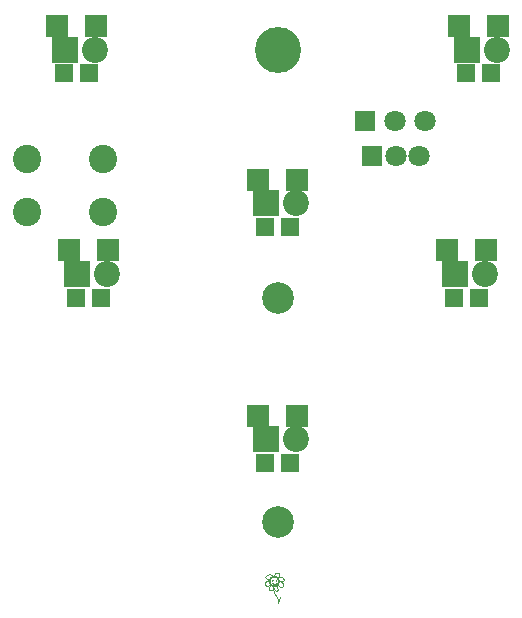
<source format=gts>
G04 #@! TF.FileFunction,Soldermask,Top*
%FSLAX46Y46*%
G04 Gerber Fmt 4.6, Leading zero omitted, Abs format (unit mm)*
G04 Created by KiCad (PCBNEW 4.0.7-e2-6376~58~ubuntu16.04.1) date Wed Mar 21 20:34:55 2018*
%MOMM*%
%LPD*%
G01*
G04 APERTURE LIST*
%ADD10C,0.100000*%
%ADD11C,0.101600*%
%ADD12C,0.076200*%
%ADD13C,0.150000*%
%ADD14C,0.127000*%
%ADD15R,1.598880X1.598880*%
%ADD16C,2.686000*%
%ADD17R,2.200000X2.200000*%
%ADD18C,2.200000*%
%ADD19R,1.900000X1.900000*%
%ADD20R,1.797000X1.797000*%
%ADD21C,1.797000*%
%ADD22C,2.400000*%
%ADD23C,3.900000*%
G04 APERTURE END LIST*
D10*
D11*
X130010000Y-142820000D02*
X130170000Y-142300000D01*
X130050000Y-142600000D02*
X130010000Y-142820000D01*
X129930000Y-142320000D02*
X130050000Y-142600000D01*
X129710000Y-142020000D02*
X129930000Y-142320000D01*
X129620000Y-141590000D02*
X129710000Y-142020000D01*
X129990000Y-141600000D02*
X129990000Y-141430000D01*
X130010000Y-141700000D02*
X129990000Y-141600000D01*
X129960000Y-141790000D02*
X130010000Y-141700000D01*
X129840000Y-141820000D02*
X129960000Y-141790000D01*
X129720000Y-141690000D02*
X129840000Y-141820000D01*
X129650000Y-141500000D02*
X129720000Y-141690000D01*
X130170000Y-141500000D02*
X130080000Y-141370000D01*
X130300000Y-141530000D02*
X130170000Y-141500000D01*
X130410000Y-141490000D02*
X130300000Y-141530000D01*
X130450000Y-141390000D02*
X130410000Y-141490000D01*
X130450000Y-141250000D02*
X130450000Y-141390000D01*
X130350000Y-141110000D02*
X130450000Y-141250000D01*
X130170000Y-141000000D02*
X130350000Y-141110000D01*
X130270000Y-140970000D02*
X130170000Y-140970000D01*
X130420000Y-140960000D02*
X130270000Y-140970000D01*
X130520000Y-140890000D02*
X130420000Y-140960000D01*
X130500000Y-140740000D02*
X130520000Y-140890000D01*
X130390000Y-140640000D02*
X130500000Y-140740000D01*
X130020000Y-140650000D02*
X130390000Y-140640000D01*
X130140000Y-140520000D02*
X130050000Y-140660000D01*
X130160000Y-140410000D02*
X130140000Y-140520000D01*
X130110000Y-140300000D02*
X130160000Y-140410000D01*
X129940000Y-140270000D02*
X130110000Y-140300000D01*
X129780000Y-140330000D02*
X129940000Y-140270000D01*
X129690000Y-140600000D02*
X129780000Y-140330000D01*
X129590000Y-141510000D02*
X129580000Y-141480000D01*
X129620000Y-141490000D02*
X129590000Y-141510000D01*
X129600000Y-141510000D02*
X129620000Y-141490000D01*
X129580000Y-141620000D02*
X129600000Y-141510000D01*
X129520000Y-141730000D02*
X129580000Y-141620000D01*
X129400000Y-141770000D02*
X129520000Y-141730000D01*
X129290000Y-141730000D02*
X129400000Y-141770000D01*
X129280000Y-141540000D02*
X129290000Y-141730000D01*
X129360000Y-141340000D02*
X129280000Y-141540000D01*
X129090000Y-141380000D02*
X129340000Y-141320000D01*
X128970000Y-141300000D02*
X129090000Y-141380000D01*
X128930000Y-141170000D02*
X128970000Y-141300000D01*
X129020000Y-141020000D02*
X128930000Y-141170000D01*
X129290000Y-140970000D02*
X129020000Y-141020000D01*
X129070000Y-140850000D02*
X129280000Y-140900000D01*
X128960000Y-140680000D02*
X129070000Y-140850000D01*
X129070000Y-140490000D02*
X128960000Y-140680000D01*
X129350000Y-140420000D02*
X129070000Y-140490000D01*
X129620000Y-140560000D02*
X129350000Y-140420000D01*
D12*
X129790000Y-141230000D02*
X129910000Y-141140000D01*
X129660000Y-141240000D02*
X129790000Y-141230000D01*
X129540000Y-141170000D02*
X129660000Y-141240000D01*
D13*
X129621623Y-140950000D02*
G75*
G03X129621623Y-140950000I-31623J0D01*
G01*
D14*
X130140000Y-141030000D02*
G75*
G03X130140000Y-141030000I-410000J0D01*
G01*
D13*
X129901623Y-140950000D02*
G75*
G03X129901623Y-140950000I-31623J0D01*
G01*
D15*
X131049020Y-131000000D03*
X128950980Y-131000000D03*
X131049020Y-111000000D03*
X128950980Y-111000000D03*
X115049020Y-117000000D03*
X112950980Y-117000000D03*
X147049020Y-117000000D03*
X144950980Y-117000000D03*
X114049020Y-98000000D03*
X111950980Y-98000000D03*
X148049020Y-98000000D03*
X145950980Y-98000000D03*
D16*
X130000000Y-117000000D03*
X130000000Y-136000000D03*
D17*
X129000000Y-129000000D03*
D18*
X131540000Y-129000000D03*
D17*
X129000000Y-109000000D03*
D18*
X131540000Y-109000000D03*
D17*
X113000000Y-115000000D03*
D18*
X115540000Y-115000000D03*
D17*
X145000000Y-115000000D03*
D18*
X147540000Y-115000000D03*
D17*
X112000000Y-96000000D03*
D18*
X114540000Y-96000000D03*
D17*
X146000000Y-96000000D03*
D18*
X148540000Y-96000000D03*
D19*
X131650000Y-127000000D03*
X128350000Y-127000000D03*
X131650000Y-107000000D03*
X128350000Y-107000000D03*
X115650000Y-113000000D03*
X112350000Y-113000000D03*
X147650000Y-113000000D03*
X144350000Y-113000000D03*
X114650000Y-94000000D03*
X111350000Y-94000000D03*
X148650000Y-94000000D03*
X145350000Y-94000000D03*
D20*
X138000000Y-105000000D03*
D21*
X140000000Y-105000000D03*
X142000000Y-105000000D03*
D20*
X137420000Y-102000000D03*
D21*
X139960000Y-102000000D03*
X142500000Y-102000000D03*
D22*
X108750000Y-105250000D03*
X108750000Y-109750000D03*
X115250000Y-105250000D03*
X115250000Y-109750000D03*
D23*
X130000000Y-96000000D03*
M02*

</source>
